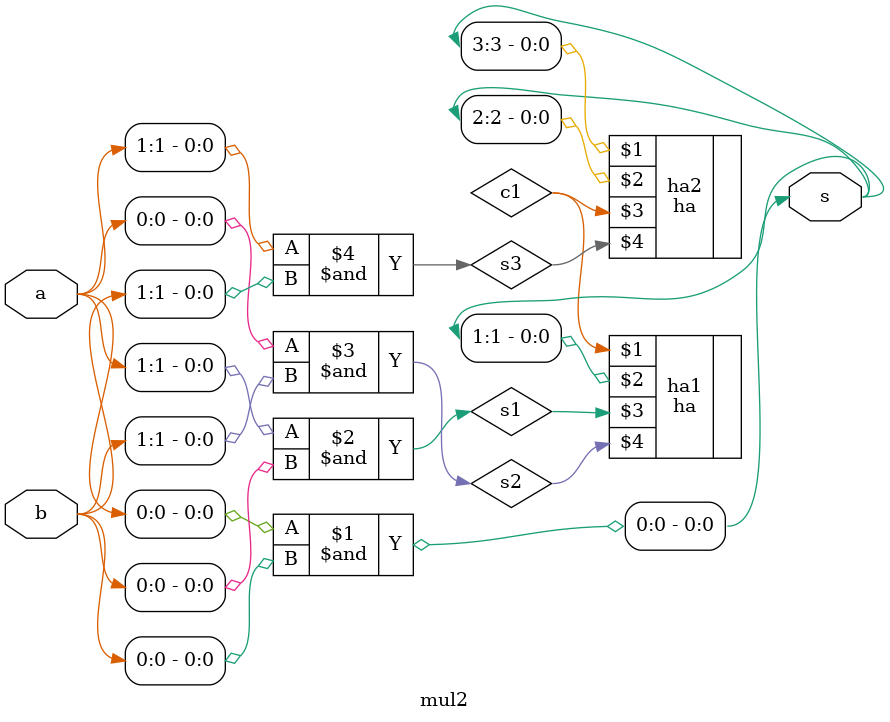
<source format=v>
`timescale 1ns / 1ps


module mul2(output [3:0]s,
            input [1:0]a,
            input [1:0]b
            );
wire c1,s1,s2,s3;
and a1(s[0],a[0],b[0]);
and a2(s1,a[1],b[0]);
and a3(s2,a[0],b[1]);
ha ha1(c1,s[1],s1,s2);

and a4(s3,a[1],b[1]);

ha ha2(s[3],s[2],c1,s3);

endmodule

</source>
